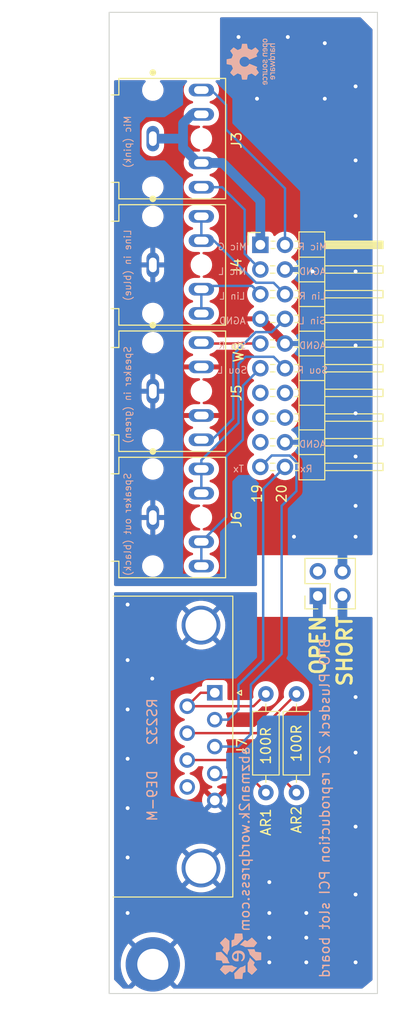
<source format=kicad_pcb>
(kicad_pcb (version 20211014) (generator pcbnew)
  (layers (0 "F.Cu" signal) (31 "B.Cu" signal) (34 "B.Paste" user) (35 "F.Paste" user) (36 "B.SilkS" user "B.Silkscreen") (37 "F.SilkS" user "F.Silkscreen") (38 "B.Mask" user) (39 "F.Mask" user) (44 "Edge.Cuts" user))
  (net 0 "")
  (net 1 "Net-(J7-Pad4)")
  (net 2 "Net-(J7-Pad1)")
  (net 3 "Net-(J7-Pad8)")
  (net 4 "Net-(J7-Pad7)")
  (net 5 "GNDD")
  (net 7 "GNDA")
  (net 8 "/Mic pass through")
  (net 9 "/Mic left")
  (net 10 "/Mic right")
  (net 11 "/Line out left")
  (net 12 "/Line out right")
  (net 13 "/Speaker in left")
  (net 14 "/Speaker in right")
  (net 15 "/Speaker out left")
  (net 16 "/Speaker out right")
  (net 17 "/Rx")
  (net 18 "/Tx")
  (footprint "Evan's misc parts:CUI_SJ1-3525N" (layer "F.Cu") (at 4.5038 26)
    (fp_text reference "J4" (at 8.628 0.1755 90) (layer "F.SilkS") (effects (font (size 1.000457 1.000457))))
    (fp_text value "line out (blue)")
    (pad "" np_thru_hole circle (at 5 0) (size 1.2 1.2) (drill 1.2) (layers *.Cu *.Mask))
    (pad "" np_thru_hole circle (at 0 -5) (size 1.2 1.2) (drill 1.2) (layers *.Cu *.Mask))
    (pad "" np_thru_hole circle (at 0 5) (size 1.2 1.2) (drill 1.2) (layers *.Cu *.Mask))
    (pad "1" thru_hole oval (at 0 0) (size 1.308 2.616) (drill oval 0.8 1.5) (layers *.Cu *.Mask) (net 7 "GNDA"))
    (pad "2" thru_hole oval (at 5 5) (size 2.616 1.308) (drill oval 1.5 0.8) (layers *.Cu *.Mask) (net 11 "/Line out left"))
    (pad "3" thru_hole oval (at 5 -5) (size 2.616 1.308) (drill oval 1.5 0.8) (layers *.Cu *.Mask) (net 12 "/Line out right"))
    (pad "10" thru_hole oval (at 5 2.5) (size 2.616 1.308) (drill oval 1.5 0.8) (layers *.Cu *.Mask) (net 11 "/Line out left"))
    (pad "11" thru_hole oval (at 5 -2.5) (size 2.616 1.308) (drill oval 1.5 0.8) (layers *.Cu *.Mask) (net 12 "/Line out right"))
  )
  (footprint "Connector_PinHeader_2.54mm:PinHeader_2x02_P2.54mm_Vertical" (layer "F.Cu") (at 21.5088 60.076 90)
    (fp_text reference "J1" hide)
    (fp_text value "combine grounds")
    (pad "1" thru_hole rect locked (at 0 0 90) (size 1.7 1.7) (drill 1) (layers *.Cu *.Mask) (net 5 "GNDD"))
    (pad "2" thru_hole oval locked (at 2.54 0 90) (size 1.7 1.7) (drill 1) (layers *.Cu *.Mask))
    (pad "3" thru_hole oval locked (at 0 2.54 90) (size 1.7 1.7) (drill 1) (layers *.Cu *.Mask) (net 5 "GNDD"))
    (pad "4" thru_hole oval locked (at 2.54 2.54 90) (size 1.7 1.7) (drill 1) (layers *.Cu *.Mask) (net 7 "GNDA"))
  )
  (footprint "Connector_Dsub:DSUB-9_Male_Horizontal_P2.77x2.84mm_EdgePinOffset7.70mm_Housed_MountingHolesOffset9.12mm" (layer "F.Cu") (at 10.886331 70.0404 -90)
    (fp_text reference "J7" (at 5.54 -2.8 90) (layer "F.SilkS"))
    (fp_text value "serial")
    (pad "0" thru_hole circle locked (at 18.04 1.42 270) (size 4 4) (drill 3.2) (layers *.Cu *.Mask) (net 5 "GNDD"))
    (pad "0" thru_hole circle locked (at -6.96 1.42 270) (size 4 4) (drill 3.2) (layers *.Cu *.Mask) (net 5 "GNDD"))
    (pad "1" thru_hole rect locked (at 0 0 270) (size 1.6 1.6) (drill 1) (layers *.Cu *.Mask) (net 2 "Net-(J7-Pad1)"))
    (pad "2" thru_hole circle locked (at 2.77 0 270) (size 1.6 1.6) (drill 1) (layers *.Cu *.Mask) (net 17 "/Rx"))
    (pad "3" thru_hole circle locked (at 5.54 0 270) (size 1.6 1.6) (drill 1) (layers *.Cu *.Mask) (net 18 "/Tx"))
    (pad "4" thru_hole circle locked (at 8.31 0 270) (size 1.6 1.6) (drill 1) (layers *.Cu *.Mask) (net 1 "Net-(J7-Pad4)"))
    (pad "5" thru_hole circle locked (at 11.08 0 270) (size 1.6 1.6) (drill 1) (layers *.Cu *.Mask) (net 5 "GNDD"))
    (pad "6" thru_hole circle locked (at 1.385 2.84 270) (size 1.6 1.6) (drill 1) (layers *.Cu *.Mask) (net 2 "Net-(J7-Pad1)"))
    (pad "7" thru_hole circle locked (at 4.155 2.84 270) (size 1.6 1.6) (drill 1) (layers *.Cu *.Mask) (net 4 "Net-(J7-Pad7)"))
    (pad "8" thru_hole circle locked (at 6.925 2.84 270) (size 1.6 1.6) (drill 1) (layers *.Cu *.Mask) (net 3 "Net-(J7-Pad8)"))
    (pad "9" thru_hole circle locked (at 9.695 2.84 270) (size 1.6 1.6) (drill 1) (layers *.Cu *.Mask))
  )
  (footprint "Resistor_THT:R_Axial_DIN0207_L6.3mm_D2.5mm_P10.16mm_Horizontal" (layer "F.Cu") (at 16.1544 80.3148 90)
    (fp_text reference "AR1" (at -3.048 0 90) (layer "F.SilkS"))
    (fp_text value "100R" (at 4.826 0 90) (layer "F.SilkS"))
    (pad "1" thru_hole circle locked (at 0 0 90) (size 1.6 1.6) (drill 0.8) (layers *.Cu *.Mask) (net 1 "Net-(J7-Pad4)"))
    (pad "2" thru_hole oval locked (at 10.16 0 90) (size 1.6 1.6) (drill 0.8) (layers *.Cu *.Mask) (net 2 "Net-(J7-Pad1)"))
  )
  (footprint "Connector_PinHeader_2.54mm:PinHeader_2x10_P2.54mm_Horizontal" (layer "F.Cu") (at 15.5844 23.9318)
    (fp_text reference "W8" (at -2.2494 11.044 90) (layer "F.SilkS"))
    (fp_text value "To plusdeck")
    (pad "1" thru_hole rect locked (at 0 0) (size 1.7 1.7) (drill 1) (layers *.Cu *.Mask) (net 8 "/Mic pass through"))
    (pad "2" thru_hole oval locked (at 2.54 0) (size 1.7 1.7) (drill 1) (layers *.Cu *.Mask) (net 10 "/Mic right"))
    (pad "3" thru_hole oval locked (at 0 2.54) (size 1.7 1.7) (drill 1) (layers *.Cu *.Mask) (net 9 "/Mic left"))
    (pad "4" thru_hole oval locked (at 2.54 2.54) (size 1.7 1.7) (drill 1) (layers *.Cu *.Mask) (net 7 "GNDA"))
    (pad "5" thru_hole oval locked (at 0 5.08) (size 1.7 1.7) (drill 1) (layers *.Cu *.Mask) (net 11 "/Line out left"))
    (pad "6" thru_hole oval locked (at 2.54 5.08) (size 1.7 1.7) (drill 1) (layers *.Cu *.Mask) (net 12 "/Line out right"))
    (pad "7" thru_hole oval locked (at 0 7.62) (size 1.7 1.7) (drill 1) (layers *.Cu *.Mask) (net 7 "GNDA"))
    (pad "8" thru_hole oval locked (at 2.54 7.62) (size 1.7 1.7) (drill 1) (layers *.Cu *.Mask) (net 13 "/Speaker in left"))
    (pad "9" thru_hole oval locked (at 0 10.16) (size 1.7 1.7) (drill 1) (layers *.Cu *.Mask) (net 14 "/Speaker in right"))
    (pad "10" thru_hole oval locked (at 2.54 10.16) (size 1.7 1.7) (drill 1) (layers *.Cu *.Mask) (net 7 "GNDA"))
    (pad "11" thru_hole oval locked (at 0 12.7) (size 1.7 1.7) (drill 1) (layers *.Cu *.Mask) (net 15 "/Speaker out left"))
    (pad "12" thru_hole oval locked (at 2.54 12.7) (size 1.7 1.7) (drill 1) (layers *.Cu *.Mask) (net 16 "/Speaker out right"))
    (pad "13" thru_hole oval locked (at 0 15.24) (size 1.7 1.7) (drill 1) (layers *.Cu *.Mask))
    (pad "14" thru_hole oval locked (at 2.54 15.24) (size 1.7 1.7) (drill 1) (layers *.Cu *.Mask))
    (pad "15" thru_hole oval locked (at 0 17.78) (size 1.7 1.7) (drill 1) (layers *.Cu *.Mask))
    (pad "16" thru_hole oval locked (at 2.54 17.78) (size 1.7 1.7) (drill 1) (layers *.Cu *.Mask))
    (pad "17" thru_hole oval locked (at 0 20.32) (size 1.7 1.7) (drill 1) (layers *.Cu *.Mask))
    (pad "18" thru_hole oval locked (at 2.54 20.32) (size 1.7 1.7) (drill 1) (layers *.Cu *.Mask) (net 7 "GNDA"))
    (pad "19" thru_hole oval locked (at 0 22.86) (size 1.7 1.7) (drill 1) (layers *.Cu *.Mask) (net 18 "/Tx"))
    (pad "20" thru_hole oval locked (at 2.54 22.86) (size 1.7 1.7) (drill 1) (layers *.Cu *.Mask) (net 17 "/Rx"))
  )
  (footprint "Evan's misc parts:CUI_SJ1-3525N" (layer "F.Cu") (at 4.5038 13)
    (fp_text reference "J3" (at 8.628 0.1755 90) (layer "F.SilkS") (effects (font (size 1.000457 1.000457))))
    (fp_text value "microphone (pink)")
    (pad "" np_thru_hole circle (at 0 -5) (size 1.2 1.2) (drill 1.2) (layers *.Cu *.Mask))
    (pad "" np_thru_hole circle (at 0 5) (size 1.2 1.2) (drill 1.2) (layers *.Cu *.Mask))
    (pad "" np_thru_hole circle (at 5 0) (size 1.2 1.2) (drill 1.2) (layers *.Cu *.Mask))
    (pad "1" thru_hole oval (at 0 0) (size 1.308 2.616) (drill oval 0.8 1.5) (layers *.Cu *.Mask) (net 8 "/Mic pass through"))
    (pad "2" thru_hole oval (at 5 5) (size 2.616 1.308) (drill oval 1.5 0.8) (layers *.Cu *.Mask) (net 9 "/Mic left"))
    (pad "3" thru_hole oval (at 5 -5) (size 2.616 1.308) (drill oval 1.5 0.8) (layers *.Cu *.Mask) (net 10 "/Mic right"))
    (pad "10" thru_hole oval (at 5 2.5) (size 2.616 1.308) (drill oval 1.5 0.8) (layers *.Cu *.Mask) (net 8 "/Mic pass through"))
    (pad "11" thru_hole oval (at 5 -2.5) (size 2.616 1.308) (drill oval 1.5 0.8) (layers *.Cu *.Mask) (net 8 "/Mic pass through"))
  )
  (footprint "Evan's misc parts:CUI_SJ1-3525N" (layer "F.Cu") (at 4.5038 52)
    (fp_text reference "J6" (at 8.628 0.1755 90) (layer "F.SilkS") (effects (font (size 1.000457 1.000457))))
    (fp_text value "speaker out (black)")
    (pad "" np_thru_hole circle (at 0 -5) (size 1.2 1.2) (drill 1.2) (layers *.Cu *.Mask))
    (pad "" np_thru_hole circle (at 5 0) (size 1.2 1.2) (drill 1.2) (layers *.Cu *.Mask))
    (pad "" np_thru_hole circle (at 0 5) (size 1.2 1.2) (drill 1.2) (layers *.Cu *.Mask))
    (pad "1" thru_hole oval (at 0 0) (size 1.308 2.616) (drill oval 0.8 1.5) (layers *.Cu *.Mask) (net 7 "GNDA"))
    (pad "2" thru_hole oval (at 5 5) (size 2.616 1.308) (drill oval 1.5 0.8) (layers *.Cu *.Mask) (net 15 "/Speaker out left"))
    (pad "3" thru_hole oval (at 5 -5) (size 2.616 1.308) (drill oval 1.5 0.8) (layers *.Cu *.Mask) (net 16 "/Speaker out right"))
    (pad "10" thru_hole oval (at 5 2.5) (size 2.616 1.308) (drill oval 1.5 0.8) (layers *.Cu *.Mask) (net 15 "/Speaker out left"))
    (pad "11" thru_hole oval (at 5 -2.5) (size 2.616 1.308) (drill oval 1.5 0.8) (layers *.Cu *.Mask) (net 16 "/Speaker out right"))
  )
  (footprint "Resistor_THT:R_Axial_DIN0207_L6.3mm_D2.5mm_P10.16mm_Horizontal" (layer "F.Cu") (at 19.304 80.3148 90)
    (fp_text reference "AR2" (at -2.794 0 90) (layer "F.SilkS"))
    (fp_text value "100R" (at 5.08 0 90) (layer "F.SilkS"))
    (pad "1" thru_hole circle locked (at 0 0 90) (size 1.6 1.6) (drill 0.8) (layers *.Cu *.Mask) (net 3 "Net-(J7-Pad8)"))
    (pad "2" thru_hole oval locked (at 10.16 0 90) (size 1.6 1.6) (drill 0.8) (layers *.Cu *.Mask) (net 4 "Net-(J7-Pad7)"))
  )
  (footprint "MountingHole:MountingHole_3.2mm_M3" (layer "F.Cu") (at 4.5 3)
    (fp_text reference "REF**" hide)
    (fp_text value "MountingHole_3.2mm_M3")
    (pad "" np_thru_hole circle locked (at 0 0) (size 3.2 3.2) (drill 3.2) (layers *.Cu *.Mask))
  )
  (footprint "MountingHole:MountingHole_3.2mm_M3_DIN965_Pad" (layer "F.Cu") (at 4.5 98)
    (fp_text reference "REF**" hide)
    (fp_text value "MountingHole_3.2mm_M3_DIN965_Pad")
    (pad "1" thru_hole circle locked (at 0 0) (size 5.6 5.6) (drill 3.2) (layers *.Cu *.Mask) (net 5 "GNDD"))
  )
  (footprint "Evan's misc parts:CUI_SJ1-3525N" (layer "F.Cu") (at 4.5038 39)
    (fp_text reference "J5" (at 8.628 0.1755 90) (layer "F.SilkS") (effects (font (size 1.000457 1.000457))))
    (fp_text value "speaker in (green)")
    (pad "" np_thru_hole circle (at 0 5) (size 1.2 1.2) (drill 1.2) (layers *.Cu *.Mask))
    (pad "" np_thru_hole circle (at 0 -5) (size 1.2 1.2) (drill 1.2) (layers *.Cu *.Mask))
    (pad "" np_thru_hole circle (at 5 0) (size 1.2 1.2) (drill 1.2) (layers *.Cu *.Mask))
    (pad "1" thru_hole oval (at 0 0) (size 1.308 2.616) (drill oval 0.8 1.5) (layers *.Cu *.Mask) (net 7 "GNDA"))
    (pad "2" thru_hole oval (at 5 5) (size 2.616 1.308) (drill oval 1.5 0.8) (layers *.Cu *.Mask) (net 13 "/Speaker in left"))
    (pad "3" thru_hole oval (at 5 -5) (size 2.616 1.308) (drill oval 1.5 0.8) (layers *.Cu *.Mask) (net 14 "/Speaker in right"))
    (pad "10" thru_hole oval (at 5 2.5) (size 2.616 1.308) (drill oval 1.5 0.8) (layers *.Cu *.Mask) (net 7 "GNDA"))
    (pad "11" thru_hole oval (at 5 -2.5) (size 2.616 1.308) (drill oval 1.5 0.8) (layers *.Cu *.Mask) (net 7 "GNDA"))
  )
  (footprint "Evan's misc parts:Evan Logo" (layer "B.Cu") (at 13.335 97.155 -90)
    (fp_text reference "G***" hide)
    (fp_text value "LOGO" hide)
  )
  (footprint "Evan's misc parts:OSHW gear" (layer "B.Cu") (at 14.605 5.08 -90)
    (fp_text reference "G***" hide)
    (fp_text value "LOGO" hide)
  )
  (gr_line (start 0 101) (end 0 0) (layer "Edge.Cuts") (width 0.1))
  (gr_line (start 27.6519 101) (end 0 101) (layer "Edge.Cuts") (width 0.1))
  (gr_line (start 27.6519 0) (end 27.6519 101) (layer "Edge.Cuts") (width 0.1))
  (gr_line (start 0 0) (end 27.6519 0) (layer "Edge.Cuts") (width 0.1))
  (gr_text "Speaker out (black)" (at 1.905 52.705 90) (layer "B.SilkS") (effects (font (size 0.7 0.7) (thickness 0.1)) (justify mirror)))
  (gr_text "Mic (pink)" (at 1.905 13.335 90) (layer "B.SilkS") (effects (font (size 0.7 0.7) (thickness 0.1)) (justify mirror)))
  (gr_text "Tx" (at 13.335 46.99) (layer "B.SilkS") (effects (font (size 0.7 0.7) (thickness 0.1)) (justify mirror)))
  (gr_text "BTO Plusdeck 2C reproduction PCI slot board" (at 22.225 81.915 90) (layer "B.SilkS") (effects (font (size 1 1)) (justify mirror)))
  (gr_text "Speaker in (green)" (at 1.905 39.37 90) (layer "B.SilkS") (effects (font (size 0.7 0.7) (thickness 0.1)) (justify mirror)))
  (gr_text "AGND" (at 12.7 31.75) (layer "B.SilkS") (effects (font (size 0.7 0.7) (thickness 0.1)) (justify mirror)))
  (gr_text "AGND" (at 20.955 34.29) (layer "B.SilkS") (effects (font (size 0.7 0.7) (thickness 0.1)) (justify mirror)))
  (gr_text "Lin R" (at 20.955 29.21) (layer "B.SilkS") (effects (font (size 0.7 0.7) (thickness 0.1)) (justify mirror)))
  (gr_text "Lin L" (at 12.7 29.21) (layer "B.SilkS") (effects (font (size 0.7 0.7) (thickness 0.1)) (justify mirror)))
  (gr_text "Sin L" (at 20.955 31.75) (layer "B.SilkS") (effects (font (size 0.7 0.7) (thickness 0.1)) (justify mirror)))
  (gr_text "abzman2k.wordpress.com" (at 13.97 85.09 90) (layer "B.SilkS") (effects (font (size 1 1)) (justify mirror)))
  (gr_text "Sin R" (at 12.7 34.29) (layer "B.SilkS") (effects (font (size 0.7 0.7) (thickness 0.1)) (justify mirror)))
  (gr_text "RS232" (at 4.445 73.025 90) (layer "B.SilkS") (effects (font (size 1 1)) (justify mirror)))
  (gr_text "Mic L" (at 12.7 26.67) (layer "B.SilkS") (effects (font (size 0.7 0.7) (thickness 0.1)) (justify mirror)))
  (gr_text "DE9-M" (at 4.445 80.645 90) (layer "B.SilkS") (effects (font (size 1 1)) (justify mirror)))
  (gr_text "Sou R" (at 20.955 36.83) (layer "B.SilkS") (effects (font (size 0.7 0.7) (thickness 0.1)) (justify mirror)))
  (gr_text "AGND" (at 20.955 26.67) (layer "B.SilkS") (effects (font (size 0.7 0.7) (thickness 0.1)) (justify mirror)))
  (gr_text "AGND" (at 20.955 44.45) (layer "B.SilkS") (effects (font (size 0.7 0.7) (thickness 0.1)) (justify mirror)))
  (gr_text "Sou L" (at 12.7 36.83) (layer "B.SilkS") (effects (font (size 0.7 0.7) (thickness 0.1)) (justify mirror)))
  (gr_text "Mic R" (at 20.955 24.13) (layer "B.SilkS") (effects (font (size 0.7 0.7) (thickness 0.1)) (justify mirror)))
  (gr_text "Rx" (at 20.32 46.99) (layer "B.SilkS") (effects (font (size 0.7 0.7) (thickness 0.1)) (justify mirror)))
  (gr_text "Mic G" (at 12.7 24.13) (layer "B.SilkS") (effects (font (size 0.7 0.7) (thickness 0.1)) (justify mirror)))
  (gr_text "Line in (blue)" (at 1.905 26.035 90) (layer "B.SilkS") (effects (font (size 0.7 0.7) (thickness 0.1)) (justify mirror)))
  (gr_text "20" (at 17.78 49.53 90) (layer "F.SilkS") (effects (font (size 1 1))))
  (gr_text "OPEN" (at 21.5138 65.151 90) (layer "F.SilkS") (effects (font (size 1.5 1.5) (thickness 0.3))))
  (gr_text "19" (at 15.24 49.53 90) (layer "F.SilkS") (effects (font (size 1 1))))
  (gr_text "SHORT" (at 24.2824 65.7352 90) (layer "F.SilkS") (effects (font (size 1.5 1.5) (thickness 0.3))))
  (segment (start 11.275931 78.74) (end 10.886331 78.3504) (width 0.25) (layer "F.Cu") (net 1))
  (segment (start 16.1544 80.3148) (end 14.5796 78.74) (width 0.25) (layer "F.Cu") (net 1))
  (segment (start 14.5796 78.74) (end 11.275931 78.74) (width 0.25) (layer "F.Cu") (net 1))
  (segment (start 14.8838 71.4254) (end 8.046331 71.4254) (width 0.25) (layer "F.Cu") (net 2))
  (segment (start 10.886331 70.0404) (end 9.431331 70.0404) (width 0.25) (layer "F.Cu") (net 2))
  (segment (start 16.1544 70.1548) (end 14.8838 71.4254) (width 0.25) (layer "F.Cu") (net 2))
  (segment (start 9.431331 70.0404) (end 8.046331 71.4254) (width 0.25) (layer "F.Cu") (net 2))
  (segment (start 15.9546 76.9654) (end 8.046331 76.9654) (width 0.25) (layer "F.Cu") (net 3))
  (segment (start 19.304 80.3148) (end 15.9546 76.9654) (width 0.25) (layer "F.Cu") (net 3))
  (segment (start 15.2634 74.1954) (end 8.046331 74.1954) (width 0.25) (layer "F.Cu") (net 4))
  (segment (start 19.304 70.1548) (end 15.2634 74.1954) (width 0.25) (layer "F.Cu") (net 4))
  (via (at 16.51 97.79) (size 0.8) (drill 0.4) (layers "F.Cu" "B.Cu") (net 5))
  (via (at 1.905 86.995) (size 0.8) (drill 0.4) (layers "F.Cu" "B.Cu") (net 5))
  (via (at 25.4 76.2) (size 0.8) (drill 0.4) (layers "F.Cu" "B.Cu") (net 5))
  (via (at 4.445 68.58) (size 0.8) (drill 0.4) (layers "F.Cu" "B.Cu") (net 5))
  (via (at 1.905 92.71) (size 0.8) (drill 0.4) (layers "F.Cu" "B.Cu") (net 5))
  (via (at 20.32 95.25) (size 0.8) (drill 0.4) (layers "F.Cu" "B.Cu") (net 5))
  (via (at 1.905 76.835) (size 0.8) (drill 0.4) (layers "F.Cu" "B.Cu") (net 5))
  (via (at 1.905 60.96) (size 0.8) (drill 0.4) (layers "F.Cu" "B.Cu") (net 5))
  (via (at 16.51 95.25) (size 0.8) (drill 0.4) (layers "F.Cu" "B.Cu") (net 5))
  (via (at 16.51 92.71) (size 0.8) (drill 0.4) (layers "F.Cu" "B.Cu") (net 5))
  (via (at 1.905 81.915) (size 0.8) (drill 0.4) (layers "F.Cu" "B.Cu") (net 5))
  (via (at 16.51 89.535) (size 0.8) (drill 0.4) (layers "F.Cu" "B.Cu") (net 5))
  (via (at 25.4 97.79) (size 0.8) (drill 0.4) (layers "F.Cu" "B.Cu") (net 5))
  (via (at 1.905 66.675) (size 0.8) (drill 0.4) (layers "F.Cu" "B.Cu") (net 5))
  (via (at 25.4 90.805) (size 0.8) (drill 0.4) (layers "F.Cu" "B.Cu") (net 5))
  (via (at 25.4 83.82) (size 0.8) (drill 0.4) (layers "F.Cu" "B.Cu") (net 5))
  (via (at 25.4 70.485) (size 0.8) (drill 0.4) (layers "F.Cu" "B.Cu") (net 5))
  (via (at 1.905 71.755) (size 0.8) (drill 0.4) (layers "F.Cu" "B.Cu") (net 5))
  (via (at 20.32 97.79) (size 0.8) (drill 0.4) (layers "F.Cu" "B.Cu") (net 5))
  (via (at 20.32 92.71) (size 0.8) (drill 0.4) (layers "F.Cu" "B.Cu") (net 5))
  (segment (start 21.5088 65.3238) (end 21.5088 60.076) (width 1) (layer "B.Cu") (net 5))
  (segment (start 24.0488 67.8638) (end 21.5088 65.3238) (width 1) (layer "B.Cu") (net 5))
  (segment (start 24.0488 69.1338) (end 25.4 70.485) (width 1) (layer "B.Cu") (net 5))
  (segment (start 24.0488 67.8638) (end 24.0488 69.1338) (width 1) (layer "B.Cu") (net 5))
  (segment (start 24.0488 60.076) (end 24.0488 67.8638) (width 1) (layer "B.Cu") (net 5))
  (segment (start 15.5844 31.5518) (end 18.1244 34.0918) (width 1) (layer "F.Cu") (net 7))
  (via (at 25.4 7.62) (size 0.8) (drill 0.4) (layers "F.Cu" "B.Cu") (net 7))
  (via (at 13.335 2.54) (size 0.8) (drill 0.4) (layers "F.Cu" "B.Cu") (net 7))
  (via (at 18.415 2.54) (size 0.8) (drill 0.4) (layers "F.Cu" "B.Cu") (net 7))
  (via (at 25.4 20.955) (size 0.8) (drill 0.4) (layers "F.Cu" "B.Cu") (net 7))
  (via (at 15.24 8.89) (size 0.8) (drill 0.4) (layers "F.Cu" "B.Cu") (net 7))
  (via (at 19.05 53.975) (size 0.8) (drill 0.4) (layers "F.Cu" "B.Cu") (net 7))
  (via (at 25.4 15.24) (size 0.8) (drill 0.4) (layers "F.Cu" "B.Cu") (net 7))
  (via (at 25.4 50.8) (size 0.8) (drill 0.4) (layers "F.Cu" "B.Cu") (net 7))
  (via (at 22.225 8.89) (size 0.8) (drill 0.4) (layers "F.Cu" "B.Cu") (net 7))
  (via (at 22.225 3.175) (size 0.8) (drill 0.4) (layers "F.Cu" "B.Cu") (net 7))
  (via (at 25.4 41.275) (size 0.8) (drill 0.4) (layers "F.Cu" "B.Cu") (net 7))
  (via (at 25.4 26.67) (size 0.8) (drill 0.4) (layers "F.Cu" "B.Cu") (net 7))
  (via (at 25.4 45.72) (size 0.8) (drill 0.4) (layers "F.Cu" "B.Cu") (net 7))
  (via (at 25.4 53.975) (size 0.8) (drill 0.4) (layers "F.Cu" "B.Cu") (net 7))
  (via (at 20.955 26.67) (size 0.8) (drill 0.4) (layers "F.Cu" "B.Cu") (net 7))
  (via (at 25.4 34.29) (size 0.8) (drill 0.4) (layers "F.Cu" "B.Cu") (net 7))
  (segment (start 24.0488 55.3262) (end 25.4 53.975) (width 1) (layer "B.Cu") (net 7))
  (segment (start 24.0488 57.536) (end 24.0488 55.3262) (width 1) (layer "B.Cu") (net 7))
  (segment (start 7.62 12.7) (end 7.62 11.43) (width 1) (layer "B.Cu") (net 8))
  (segment (start 7.32 13) (end 7.62 12.7) (width 1) (layer "B.Cu") (net 8))
  (segment (start 7.62 11.43) (end 8.55 10.5) (width 1) (layer "B.Cu") (net 8))
  (segment (start 9.15 15.5) (end 7.62 13.97) (width 1) (layer "B.Cu") (net 8))
  (segment (start 11.69 15.5) (end 15.5844 19.3944) (width 1) (layer "B.Cu") (net 8))
  (segment (start 9.5038 15.5) (end 9.15 15.5) (width 1) (layer "B.Cu") (net 8))
  (segment (start 15.5844 19.3944) (end 15.5844 23.9318) (width 1) (layer "B.Cu") (net 8))
  (segment (start 9.5038 15.5) (end 11.69 15.5) (width 1) (layer "B.Cu") (net 8))
  (segment (start 4.5038 13) (end 7.32 13) (width 1) (layer "B.Cu") (net 8))
  (segment (start 8.55 10.5) (end 9.5038 10.5) (width 1) (layer "B.Cu") (net 8))
  (segment (start 7.62 13.97) (end 7.62 12.7) (width 1) (layer "B.Cu") (net 8))
  (segment (start 9.5038 18) (end 11.65 18) (width 0.25) (layer "B.Cu") (net 9))
  (segment (start 11.65 18) (end 13.97 20.32) (width 0.25) (layer "B.Cu") (net 9))
  (segment (start 13.97 20.32) (end 13.97 24.8574) (width 0.25) (layer "B.Cu") (net 9))
  (segment (start 13.97 24.8574) (end 15.5844 26.4718) (width 0.25) (layer "B.Cu") (net 9))
  (segment (start 12.065 9.525) (end 12.065 12.065) (width 0.25) (layer "B.Cu") (net 10))
  (segment (start 10.54 8) (end 12.065 9.525) (width 0.25) (layer "B.Cu") (net 10))
  (segment (start 9.5038 8) (end 10.54 8) (width 0.25) (layer "B.Cu") (net 10))
  (segment (start 12.065 12.065) (end 18.1244 18.1244) (width 0.25) (layer "B.Cu") (net 10))
  (segment (start 18.1244 18.1244) (end 18.1244 23.9318) (width 0.25) (layer "B.Cu") (net 10))
  (segment (start 9.842 28.1618) (end 9.5038 28.5) (width 0.25) (layer "B.Cu") (net 11))
  (segment (start 14.7344 28.1618) (end 9.842 28.1618) (width 0.25) (layer "B.Cu") (net 11))
  (segment (start 15.5844 29.0118) (end 14.7344 28.1618) (width 0.25) (layer "B.Cu") (net 11))
  (segment (start 9.5038 31) (end 9.5038 28.5) (width 0.25) (layer "B.Cu") (net 11))
  (segment (start 18.1244 29.0118) (end 16.949889 27.837289) (width 0.25) (layer "B.Cu") (net 12))
  (segment (start 15.137289 27.837289) (end 10.8 23.5) (width 0.25) (layer "B.Cu") (net 12))
  (segment (start 9.5038 21) (end 9.5038 23.5) (width 0.25) (layer "B.Cu") (net 12))
  (segment (start 10.8 23.5) (end 9.5038 23.5) (width 0.25) (layer "B.Cu") (net 12))
  (segment (start 16.949889 27.837289) (end 15.137289 27.837289) (width 0.25) (layer "B.Cu") (net 12))
  (segment (start 15.097901 32.917289) (end 12.789511 35.225679) (width 0.25) (layer "B.Cu") (net 13))
  (segment (start 18.1244 31.5518) (end 16.758911 32.917289) (width 0.25) (layer "B.Cu") (net 13))
  (segment (start 10.61 44) (end 9.5038 44) (width 0.25) (layer "B.Cu") (net 13))
  (segment (start 12.789511 41.820489) (end 10.61 44) (width 0.25) (layer "B.Cu") (net 13))
  (segment (start 16.758911 32.917289) (end 15.097901 32.917289) (width 0.25) (layer "B.Cu") (net 13))
  (segment (start 12.789511 35.225679) (end 12.789511 41.820489) (width 0.25) (layer "B.Cu") (net 13))
  (segment (start 9.5956 34.0918) (end 9.5038 34) (width 0.25) (layer "F.Cu") (net 14))
  (segment (start 15.5844 34.0918) (end 9.5956 34.0918) (width 0.25) (layer "F.Cu") (net 14))
  (segment (start 12.065 45.72) (end 12.065 51.9388) (width 0.25) (layer "B.Cu") (net 15))
  (segment (start 12.065 51.9388) (end 9.5038 54.5) (width 0.25) (layer "B.Cu") (net 15))
  (segment (start 13.78452 44.00048) (end 12.065 45.72) (width 0.25) (layer "B.Cu") (net 15))
  (segment (start 15.5844 36.6318) (end 13.78452 38.43168) (width 0.25) (layer "B.Cu") (net 15))
  (segment (start 13.78452 38.43168) (end 13.78452 44.00048) (width 0.25) (layer "B.Cu") (net 15))
  (segment (start 9.5038 57) (end 9.5038 54.5) (width 0.25) (layer "B.Cu") (net 15))
  (segment (start 9.5038 49.5) (end 9.5038 47) (width 0.25) (layer "B.Cu") (net 16))
  (segment (start 14.072711 35.457289) (end 13.335 36.195) (width 0.25) (layer "B.Cu") (net 16))
  (segment (start 9.5038 46.096) (end 9.5038 47) (width 0.25) (layer "B.Cu") (net 16))
  (segment (start 13.335 36.195) (end 13.335 42.2648) (width 0.25) (layer "B.Cu") (net 16))
  (segment (start 13.335 42.2648) (end 9.5038 46.096) (width 0.25) (layer "B.Cu") (net 16))
  (segment (start 18.1244 36.6318) (end 16.949889 35.457289) (width 0.25) (layer "B.Cu") (net 16))
  (segment (start 16.949889 35.457289) (end 14.072711 35.457289) (width 0.25) (layer "B.Cu") (net 16))
  (segment (start 13.335 69.215) (end 15.875 66.675) (width 0.25) (layer "B.Cu") (net 17))
  (segment (start 15.875 66.675) (end 15.875 49.0412) (width 0.25) (layer "B.Cu") (net 17))
  (segment (start 13.335 71.755) (end 13.335 69.215) (width 0.25) (layer "B.Cu") (net 17))
  (segment (start 12.2796 72.8104) (end 13.335 71.755) (width 0.25) (layer "B.Cu") (net 17))
  (segment (start 10.886331 72.8104) (end 12.2796 72.8104) (width 0.25) (layer "B.Cu") (net 17))
  (segment (start 15.875 49.0412) (end 18.1244 46.7918) (width 0.25) (layer "B.Cu") (net 17))
  (segment (start 19.298911 46.305301) (end 18.610899 45.617289) (width 0.25) (layer "B.Cu") (net 18))
  (segment (start 16.758911 45.617289) (end 15.5844 46.7918) (width 0.25) (layer "B.Cu") (net 18))
  (segment (start 14.605 74.295) (end 14.605 69.215) (width 0.25) (layer "B.Cu") (net 18))
  (segment (start 10.886331 75.5804) (end 13.3196 75.5804) (width 0.25) (layer "B.Cu") (net 18))
  (segment (start 17.78 66.04) (end 17.78 50.8) (width 0.25) (layer "B.Cu") (net 18))
  (segment (start 13.3196 75.5804) (end 14.605 74.295) (width 0.25) (layer "B.Cu") (net 18))
  (segment (start 19.298911 49.281089) (end 19.298911 46.305301) (width 0.25) (layer "B.Cu") (net 18))
  (segment (start 18.610899 45.617289) (end 16.758911 45.617289) (width 0.25) (layer "B.Cu") (net 18))
  (segment (start 14.605 69.215) (end 17.78 66.04) (width 0.25) (layer "B.Cu") (net 18))
  (segment (start 17.78 50.8) (end 19.298911 49.281089) (width 0.25) (layer "B.Cu") (net 18))
  (zone (net 0) (net_name "") (layers F&B.Cu) (connect_pads (clearance 0)) (min_thickness 0.254)
    (keepout (tracks allowed) (vias allowed) (pads allowed) (copperpour not_allowed) (footprints allowed))
    (fill (thermal_gap 0.508) (thermal_bridge_width 0.508))
    (polygon (pts (xy 28.575 102.87) (xy 24.765 101.6) (xy 28.575 98.425)))
  )
  (zone (net 0) (net_name "") (layers F&B.Cu) (connect_pads (clearance 0)) (min_thickness 0.254)
    (keepout (tracks allowed) (vias allowed) (pads allowed) (copperpour not_allowed) (footprints allowed))
    (fill (thermal_gap 0.508) (thermal_bridge_width 0.508))
    (polygon (pts (xy 29.21 3.81) (xy 24.13 -1.27) (xy 31.75 -1.27)))
  )
  (zone (net 0) (net_name "") (layers F&B.Cu) (connect_pads (clearance 0)) (min_thickness 0.254)
    (keepout (tracks allowed) (vias allowed) (pads allowed) (copperpour not_allowed) (footprints allowed))
    (fill (thermal_gap 0.508) (thermal_bridge_width 0.508))
    (polygon (pts (xy 1.905 100.965) (xy -1.905 101.6) (xy 0 99.06)))
  )
  (zone (net 7) (net_name "GNDA") (layers F&B.Cu) (connect_pads (clearance 0.508)) (min_thickness 0.254) (fill yes (thermal_gap 0.508) (thermal_bridge_width 0.508))
    (polygon (pts (xy 28.575 55.88) (xy 15.24 55.88) (xy 15.24 59.055) (xy -1.905 59.055) (xy -1.27 6.985) (xy 11.43 6.985) (xy 11.43 -0.635) (xy 28.575 -0.635)))
  )
  (zone (net 5) (net_name "GNDD") (layers F&B.Cu) (connect_pads (clearance 0.508)) (min_thickness 0.254) (fill yes (thermal_gap 0.508) (thermal_bridge_width 0.508))
    (polygon (pts (xy 29.21 102.87) (xy -1.27 104.14) (xy -1.905 59.69) (xy 15.24 59.69) (xy 15.24 62.23) (xy 28.575 62.23) (xy 29.21 66.04)))
  )
  (zone (net 0) (net_name "") (layer "B.Cu") (connect_pads (clearance 0)) (min_thickness 0.254)
    (keepout (tracks allowed) (vias allowed) (pads allowed) (copperpour not_allowed) (footprints allowed))
    (fill (thermal_gap 0.508) (thermal_bridge_width 0.508))
    (polygon (pts (xy 20.955 69.215) (xy 20.955 71.755) (xy 20.32 72.39) (xy 15.875 72.39) (xy 12.065 76.2) (xy 12.065 81.28) (xy 8.89 81.28) (xy 6.35 80.645) (xy 6.35 69.85) (xy 10.16 68.58) (xy 13.335 68.58) (xy 13.335 69.215) (xy 17.78 66.04)))
  )
  (zone (net 0) (net_name "") (layer "B.Cu") (connect_pads (clearance 0)) (min_thickness 0.254)
    (keepout (tracks allowed) (vias allowed) (pads allowed) (copperpour not_allowed) (footprints allowed))
    (fill (thermal_gap 0.508) (thermal_bridge_width 0.508))
    (polygon (pts (xy 12.7 8.89) (xy 12.7 11.43) (xy 19.685 18.415) (xy 19.685 25.4) (xy 17.78 26.035) (xy 17.78 26.67) (xy 19.685 27.94) (xy 19.685 33.02) (xy 17.78 33.655) (xy 17.78 34.29) (xy 19.685 35.56) (xy 19.685 42.545) (xy 17.78 43.18) (xy 15.875 48.895) (xy 14.605 47.625) (xy 13.335 47.625) (xy 12.7 48.26) (xy 12.7 52.07) (xy 11.43 53.34) (xy 11.43 57.785) (xy 7.62 57.785) (xy 7.62 17.145) (xy 5.715 15.24) (xy 3.81 15.24) (xy 3.175 14.605) (xy 3.175 11.43) (xy 3.81 10.795) (xy 5.715 10.795) (xy 7.62 9.525) (xy 7.62 7.62) (xy 8.255 6.985) (xy 10.795 6.985)))
  )
)
</source>
